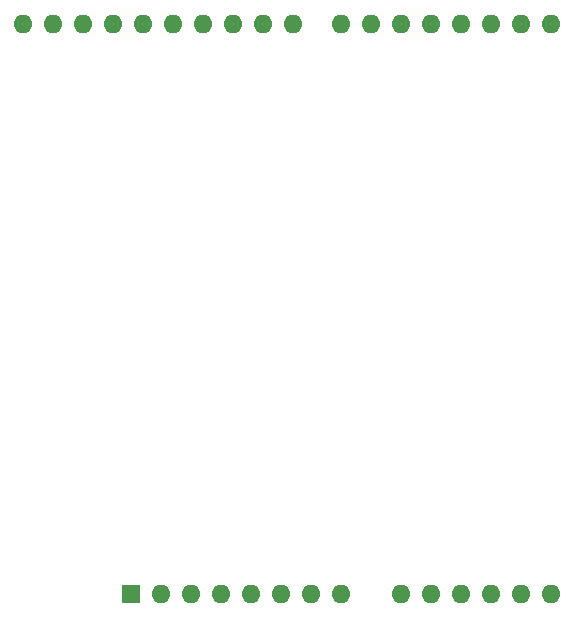
<source format=gbr>
%TF.GenerationSoftware,KiCad,Pcbnew,(6.0.10)*%
%TF.CreationDate,2023-08-09T19:07:30-05:00*%
%TF.ProjectId,Keypad,4b657970-6164-42e6-9b69-6361645f7063,rev?*%
%TF.SameCoordinates,Original*%
%TF.FileFunction,Soldermask,Bot*%
%TF.FilePolarity,Negative*%
%FSLAX46Y46*%
G04 Gerber Fmt 4.6, Leading zero omitted, Abs format (unit mm)*
G04 Created by KiCad (PCBNEW (6.0.10)) date 2023-08-09 19:07:30*
%MOMM*%
%LPD*%
G01*
G04 APERTURE LIST*
%ADD10R,1.600000X1.600000*%
%ADD11O,1.600000X1.600000*%
G04 APERTURE END LIST*
D10*
%TO.C,U1*%
X124331000Y-94359000D03*
D11*
X126871000Y-94359000D03*
X129411000Y-94359000D03*
X131951000Y-94359000D03*
X134491000Y-94359000D03*
X137031000Y-94359000D03*
X139571000Y-94359000D03*
X142111000Y-94359000D03*
X147191000Y-94359000D03*
X149731000Y-94359000D03*
X152271000Y-94359000D03*
X154811000Y-94359000D03*
X157351000Y-94359000D03*
X159891000Y-94359000D03*
X159891000Y-46099000D03*
X157351000Y-46099000D03*
X154811000Y-46099000D03*
X152271000Y-46099000D03*
X149731000Y-46099000D03*
X147191000Y-46099000D03*
X144651000Y-46099000D03*
X142111000Y-46099000D03*
X138051000Y-46099000D03*
X135511000Y-46099000D03*
X132971000Y-46099000D03*
X130431000Y-46099000D03*
X127891000Y-46099000D03*
X125351000Y-46099000D03*
X122811000Y-46099000D03*
X120271000Y-46099000D03*
X117731000Y-46099000D03*
X115191000Y-46099000D03*
%TD*%
M02*

</source>
